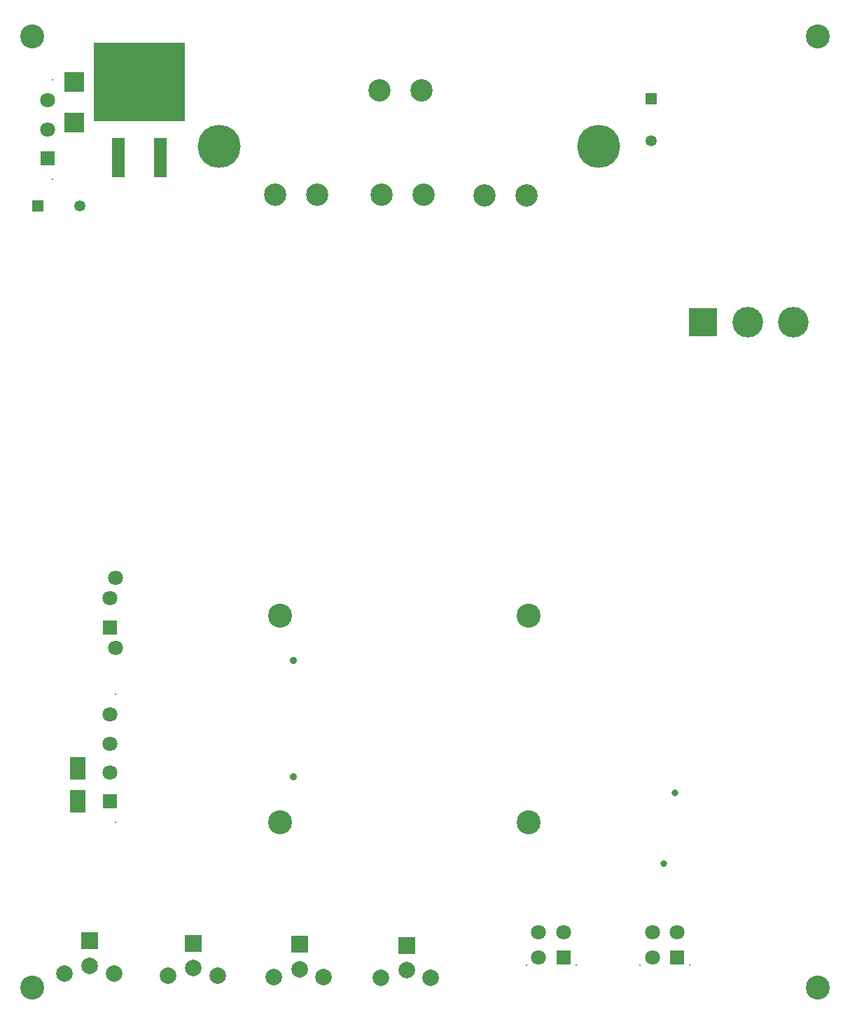
<source format=gbs>
G04*
G04 #@! TF.GenerationSoftware,Altium Limited,Altium Designer,19.1.7 (138)*
G04*
G04 Layer_Color=16711935*
%FSLAX25Y25*%
%MOIN*%
G70*
G01*
G75*
%ADD102R,0.06115X0.18910*%
%ADD103R,0.43320X0.37808*%
%ADD137C,0.00800*%
%ADD138C,0.07099*%
%ADD139R,0.07099X0.07099*%
%ADD140R,0.07099X0.07099*%
%ADD141R,0.07887X0.07887*%
%ADD142C,0.07887*%
%ADD143C,0.20485*%
%ADD144R,0.05300X0.05300*%
%ADD145C,0.05300*%
%ADD146C,0.10642*%
%ADD147C,0.14580*%
%ADD148R,0.13792X0.13792*%
%ADD149C,0.03556*%
%ADD150R,0.05300X0.05300*%
%ADD151C,0.11430*%
%ADD152C,0.03162*%
%ADD183R,0.09698X0.09304*%
%ADD184R,0.07493X0.10642*%
D102*
X70787Y325984D02*
D03*
X50787D02*
D03*
D103*
X60787Y362008D02*
D03*
D137*
X19512Y363189D02*
D03*
Y315945D02*
D03*
X49449Y70866D02*
D03*
Y9843D02*
D03*
X299178Y-58184D02*
D03*
X322800Y-58184D02*
D03*
X245079Y-58224D02*
D03*
X268701Y-58224D02*
D03*
D138*
X17031Y353346D02*
D03*
Y339567D02*
D03*
X46969Y61024D02*
D03*
Y47244D02*
D03*
Y33465D02*
D03*
Y116342D02*
D03*
X49449Y92721D02*
D03*
Y126185D02*
D03*
X316895Y-42672D02*
D03*
X305084D02*
D03*
Y-54483D02*
D03*
X262795Y-42713D02*
D03*
X250984D02*
D03*
Y-54524D02*
D03*
D139*
X17031Y325787D02*
D03*
X46969Y19685D02*
D03*
Y102563D02*
D03*
D140*
X316895Y-54483D02*
D03*
X262795Y-54524D02*
D03*
D141*
X187992Y-48815D02*
D03*
X137191Y-48386D02*
D03*
X86614Y-47835D02*
D03*
X37303Y-46689D02*
D03*
D142*
X187992Y-60626D02*
D03*
X199409Y-64327D02*
D03*
X175787D02*
D03*
X137191Y-60197D02*
D03*
X148608Y-63898D02*
D03*
X124986D02*
D03*
X86614Y-59646D02*
D03*
X98032Y-63346D02*
D03*
X74410D02*
D03*
X37303Y-58500D02*
D03*
X48720Y-62200D02*
D03*
X25098D02*
D03*
D143*
X98721Y331398D02*
D03*
X279587D02*
D03*
D144*
X304331Y354207D02*
D03*
D145*
Y334207D02*
D03*
X32518Y303150D02*
D03*
D146*
X175197Y358268D02*
D03*
X195276D02*
D03*
X245238Y308063D02*
D03*
X225159D02*
D03*
X176133Y308360D02*
D03*
X196212D02*
D03*
X125509D02*
D03*
X145588D02*
D03*
D147*
X372047Y247638D02*
D03*
X350590D02*
D03*
D148*
X329134D02*
D03*
D149*
X134285Y86811D02*
D03*
Y31299D02*
D03*
D150*
X12518Y303150D02*
D03*
D151*
X383858Y-68898D02*
D03*
X9843D02*
D03*
X383858Y383858D02*
D03*
X9843D02*
D03*
X127953Y108268D02*
D03*
X246063D02*
D03*
Y9843D02*
D03*
X127953D02*
D03*
D152*
X310433Y-9843D02*
D03*
X315748Y23772D02*
D03*
D183*
X29921Y362010D02*
D03*
Y342715D02*
D03*
D184*
X31496Y35433D02*
D03*
Y19685D02*
D03*
M02*

</source>
